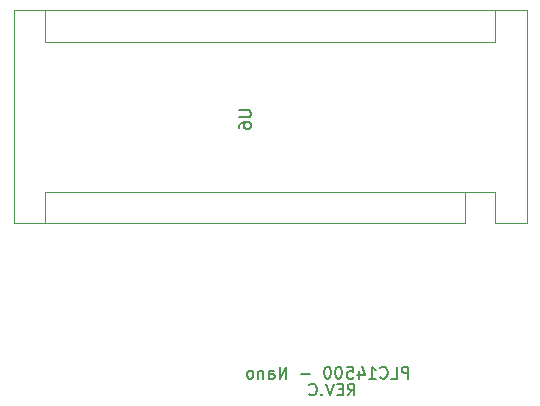
<source format=gbr>
%TF.GenerationSoftware,KiCad,Pcbnew,(5.1.9)-1*%
%TF.CreationDate,2023-03-04T14:05:39+01:00*%
%TF.ProjectId,plc14500,706c6331-3435-4303-902e-6b696361645f,rev?*%
%TF.SameCoordinates,Original*%
%TF.FileFunction,Legend,Bot*%
%TF.FilePolarity,Positive*%
%FSLAX46Y46*%
G04 Gerber Fmt 4.6, Leading zero omitted, Abs format (unit mm)*
G04 Created by KiCad (PCBNEW (5.1.9)-1) date 2023-03-04 14:05:39*
%MOMM*%
%LPD*%
G01*
G04 APERTURE LIST*
%ADD10C,0.150000*%
%ADD11C,0.120000*%
G04 APERTURE END LIST*
D10*
X100029523Y-86532380D02*
X100362857Y-86056190D01*
X100600952Y-86532380D02*
X100600952Y-85532380D01*
X100220000Y-85532380D01*
X100124761Y-85580000D01*
X100077142Y-85627619D01*
X100029523Y-85722857D01*
X100029523Y-85865714D01*
X100077142Y-85960952D01*
X100124761Y-86008571D01*
X100220000Y-86056190D01*
X100600952Y-86056190D01*
X99600952Y-86008571D02*
X99267619Y-86008571D01*
X99124761Y-86532380D02*
X99600952Y-86532380D01*
X99600952Y-85532380D01*
X99124761Y-85532380D01*
X98839047Y-85532380D02*
X98505714Y-86532380D01*
X98172380Y-85532380D01*
X97839047Y-86437142D02*
X97791428Y-86484761D01*
X97839047Y-86532380D01*
X97886666Y-86484761D01*
X97839047Y-86437142D01*
X97839047Y-86532380D01*
X96791428Y-86437142D02*
X96839047Y-86484761D01*
X96981904Y-86532380D01*
X97077142Y-86532380D01*
X97220000Y-86484761D01*
X97315238Y-86389523D01*
X97362857Y-86294285D01*
X97410476Y-86103809D01*
X97410476Y-85960952D01*
X97362857Y-85770476D01*
X97315238Y-85675238D01*
X97220000Y-85580000D01*
X97077142Y-85532380D01*
X96981904Y-85532380D01*
X96839047Y-85580000D01*
X96791428Y-85627619D01*
X105179523Y-85102380D02*
X105179523Y-84102380D01*
X104798571Y-84102380D01*
X104703333Y-84150000D01*
X104655714Y-84197619D01*
X104608095Y-84292857D01*
X104608095Y-84435714D01*
X104655714Y-84530952D01*
X104703333Y-84578571D01*
X104798571Y-84626190D01*
X105179523Y-84626190D01*
X103703333Y-85102380D02*
X104179523Y-85102380D01*
X104179523Y-84102380D01*
X102798571Y-85007142D02*
X102846190Y-85054761D01*
X102989047Y-85102380D01*
X103084285Y-85102380D01*
X103227142Y-85054761D01*
X103322380Y-84959523D01*
X103370000Y-84864285D01*
X103417619Y-84673809D01*
X103417619Y-84530952D01*
X103370000Y-84340476D01*
X103322380Y-84245238D01*
X103227142Y-84150000D01*
X103084285Y-84102380D01*
X102989047Y-84102380D01*
X102846190Y-84150000D01*
X102798571Y-84197619D01*
X101846190Y-85102380D02*
X102417619Y-85102380D01*
X102131904Y-85102380D02*
X102131904Y-84102380D01*
X102227142Y-84245238D01*
X102322380Y-84340476D01*
X102417619Y-84388095D01*
X100989047Y-84435714D02*
X100989047Y-85102380D01*
X101227142Y-84054761D02*
X101465238Y-84769047D01*
X100846190Y-84769047D01*
X99989047Y-84102380D02*
X100465238Y-84102380D01*
X100512857Y-84578571D01*
X100465238Y-84530952D01*
X100370000Y-84483333D01*
X100131904Y-84483333D01*
X100036666Y-84530952D01*
X99989047Y-84578571D01*
X99941428Y-84673809D01*
X99941428Y-84911904D01*
X99989047Y-85007142D01*
X100036666Y-85054761D01*
X100131904Y-85102380D01*
X100370000Y-85102380D01*
X100465238Y-85054761D01*
X100512857Y-85007142D01*
X99322380Y-84102380D02*
X99227142Y-84102380D01*
X99131904Y-84150000D01*
X99084285Y-84197619D01*
X99036666Y-84292857D01*
X98989047Y-84483333D01*
X98989047Y-84721428D01*
X99036666Y-84911904D01*
X99084285Y-85007142D01*
X99131904Y-85054761D01*
X99227142Y-85102380D01*
X99322380Y-85102380D01*
X99417619Y-85054761D01*
X99465238Y-85007142D01*
X99512857Y-84911904D01*
X99560476Y-84721428D01*
X99560476Y-84483333D01*
X99512857Y-84292857D01*
X99465238Y-84197619D01*
X99417619Y-84150000D01*
X99322380Y-84102380D01*
X98370000Y-84102380D02*
X98274761Y-84102380D01*
X98179523Y-84150000D01*
X98131904Y-84197619D01*
X98084285Y-84292857D01*
X98036666Y-84483333D01*
X98036666Y-84721428D01*
X98084285Y-84911904D01*
X98131904Y-85007142D01*
X98179523Y-85054761D01*
X98274761Y-85102380D01*
X98370000Y-85102380D01*
X98465238Y-85054761D01*
X98512857Y-85007142D01*
X98560476Y-84911904D01*
X98608095Y-84721428D01*
X98608095Y-84483333D01*
X98560476Y-84292857D01*
X98512857Y-84197619D01*
X98465238Y-84150000D01*
X98370000Y-84102380D01*
X96846190Y-84721428D02*
X96084285Y-84721428D01*
X94846190Y-85102380D02*
X94846190Y-84102380D01*
X94274761Y-85102380D01*
X94274761Y-84102380D01*
X93370000Y-85102380D02*
X93370000Y-84578571D01*
X93417619Y-84483333D01*
X93512857Y-84435714D01*
X93703333Y-84435714D01*
X93798571Y-84483333D01*
X93370000Y-85054761D02*
X93465238Y-85102380D01*
X93703333Y-85102380D01*
X93798571Y-85054761D01*
X93846190Y-84959523D01*
X93846190Y-84864285D01*
X93798571Y-84769047D01*
X93703333Y-84721428D01*
X93465238Y-84721428D01*
X93370000Y-84673809D01*
X92893809Y-84435714D02*
X92893809Y-85102380D01*
X92893809Y-84530952D02*
X92846190Y-84483333D01*
X92750952Y-84435714D01*
X92608095Y-84435714D01*
X92512857Y-84483333D01*
X92465238Y-84578571D01*
X92465238Y-85102380D01*
X91846190Y-85102380D02*
X91941428Y-85054761D01*
X91989047Y-85007142D01*
X92036666Y-84911904D01*
X92036666Y-84626190D01*
X91989047Y-84530952D01*
X91941428Y-84483333D01*
X91846190Y-84435714D01*
X91703333Y-84435714D01*
X91608095Y-84483333D01*
X91560476Y-84530952D01*
X91512857Y-84626190D01*
X91512857Y-84911904D01*
X91560476Y-85007142D01*
X91608095Y-85054761D01*
X91703333Y-85102380D01*
X91846190Y-85102380D01*
D11*
%TO.C,U6*%
X115190000Y-53910000D02*
X115190000Y-71950000D01*
X71750000Y-53910000D02*
X115190000Y-53910000D01*
X71750000Y-71950000D02*
X71750000Y-53910000D01*
X74420000Y-69280000D02*
X74420000Y-71950000D01*
X109980000Y-69280000D02*
X74420000Y-69280000D01*
X109980000Y-69280000D02*
X109980000Y-71950000D01*
X74420000Y-56580000D02*
X74420000Y-53910000D01*
X112520000Y-56580000D02*
X74420000Y-56580000D01*
X112520000Y-56580000D02*
X112520000Y-53910000D01*
X115190000Y-71950000D02*
X112520000Y-71950000D01*
X109980000Y-71950000D02*
X71750000Y-71950000D01*
X112520000Y-69280000D02*
X112520000Y-71950000D01*
X109980000Y-69280000D02*
X112520000Y-69280000D01*
D10*
X90842380Y-62398095D02*
X91651904Y-62398095D01*
X91747142Y-62445714D01*
X91794761Y-62493333D01*
X91842380Y-62588571D01*
X91842380Y-62779047D01*
X91794761Y-62874285D01*
X91747142Y-62921904D01*
X91651904Y-62969523D01*
X90842380Y-62969523D01*
X90842380Y-63874285D02*
X90842380Y-63683809D01*
X90890000Y-63588571D01*
X90937619Y-63540952D01*
X91080476Y-63445714D01*
X91270952Y-63398095D01*
X91651904Y-63398095D01*
X91747142Y-63445714D01*
X91794761Y-63493333D01*
X91842380Y-63588571D01*
X91842380Y-63779047D01*
X91794761Y-63874285D01*
X91747142Y-63921904D01*
X91651904Y-63969523D01*
X91413809Y-63969523D01*
X91318571Y-63921904D01*
X91270952Y-63874285D01*
X91223333Y-63779047D01*
X91223333Y-63588571D01*
X91270952Y-63493333D01*
X91318571Y-63445714D01*
X91413809Y-63398095D01*
%TD*%
M02*

</source>
